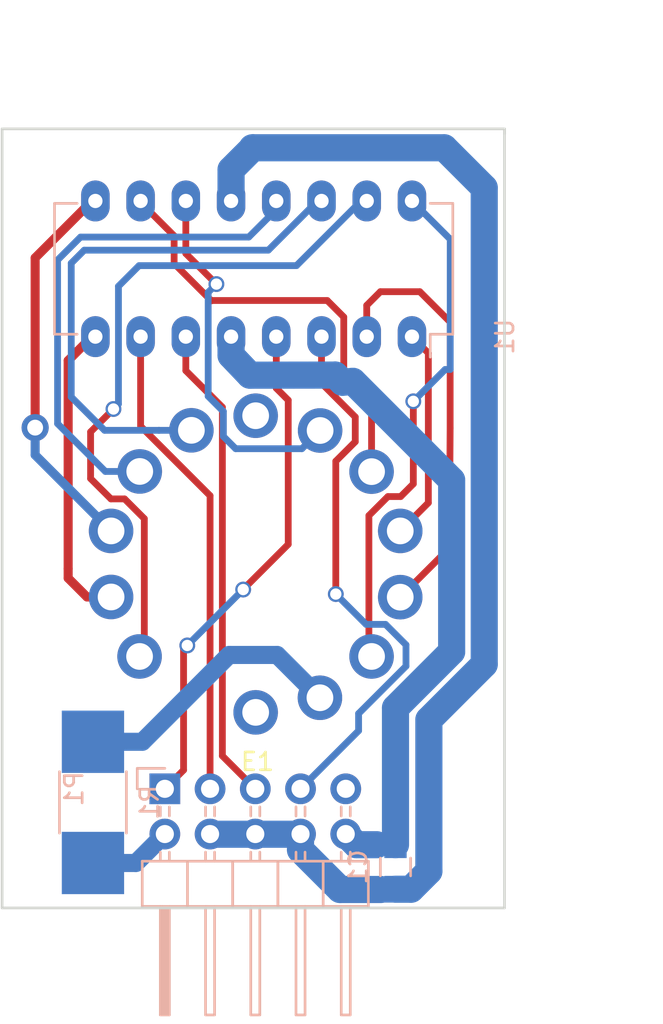
<source format=kicad_pcb>
(kicad_pcb (version 4) (host pcbnew 4.0.4-stable)

  (general
    (links 22)
    (no_connects 0)
    (area 132.563799 84.415559 162.56408 135.592041)
    (thickness 1.6)
    (drawings 7)
    (tracks 154)
    (zones 0)
    (modules 5)
    (nets 20)
  )

  (page A4)
  (layers
    (0 F.Cu signal)
    (31 B.Cu signal)
    (32 B.Adhes user)
    (33 F.Adhes user)
    (34 B.Paste user)
    (35 F.Paste user)
    (36 B.SilkS user)
    (37 F.SilkS user)
    (38 B.Mask user)
    (39 F.Mask user)
    (40 Dwgs.User user)
    (41 Cmts.User user)
    (42 Eco1.User user)
    (43 Eco2.User user)
    (44 Edge.Cuts user)
    (45 Margin user)
    (46 B.CrtYd user)
    (47 F.CrtYd user)
    (48 B.Fab user)
    (49 F.Fab user)
  )

  (setup
    (last_trace_width 1.016)
    (user_trace_width 0.254)
    (user_trace_width 0.3048)
    (user_trace_width 0.381)
    (user_trace_width 0.508)
    (user_trace_width 1.016)
    (user_trace_width 1.524)
    (trace_clearance 0.2032)
    (zone_clearance 0.508)
    (zone_45_only no)
    (trace_min 0.2)
    (segment_width 0.2)
    (edge_width 0.15)
    (via_size 0.889)
    (via_drill 0.635)
    (via_min_size 0.4)
    (via_min_drill 0.3)
    (uvia_size 0.508)
    (uvia_drill 0.127)
    (uvias_allowed no)
    (uvia_min_size 0.2)
    (uvia_min_drill 0.1)
    (pcb_text_width 0.3)
    (pcb_text_size 1.5 1.5)
    (mod_edge_width 0.15)
    (mod_text_size 1 1)
    (mod_text_width 0.15)
    (pad_size 1.524 1.524)
    (pad_drill 0.762)
    (pad_to_mask_clearance 0.2)
    (aux_axis_origin 0 0)
    (visible_elements 7FFFFFFF)
    (pcbplotparams
      (layerselection 0x00030_80000001)
      (usegerberextensions false)
      (excludeedgelayer true)
      (linewidth 0.100000)
      (plotframeref false)
      (viasonmask false)
      (mode 1)
      (useauxorigin false)
      (hpglpennumber 1)
      (hpglpenspeed 20)
      (hpglpendiameter 15)
      (hpglpenoverlay 2)
      (psnegative false)
      (psa4output false)
      (plotreference true)
      (plotvalue true)
      (plotinvisibletext false)
      (padsonsilk false)
      (subtractmaskfromsilk false)
      (outputformat 1)
      (mirror false)
      (drillshape 1)
      (scaleselection 1)
      (outputdirectory ""))
  )

  (net 0 "")
  (net 1 VCC)
  (net 2 GND)
  (net 3 "Net-(E1-Pad13)")
  (net 4 "Net-(E1-Pad12)")
  (net 5 "Net-(E1-Pad11)")
  (net 6 "Net-(E1-Pad10)")
  (net 7 "Net-(E1-Pad9)")
  (net 8 "Net-(E1-Pad7)")
  (net 9 "Net-(E1-Pad6)")
  (net 10 "Net-(E1-Pad4)")
  (net 11 "Net-(E1-Pad5)")
  (net 12 "Net-(E1-Pad3)")
  (net 13 "Net-(E1-Pad2)")
  (net 14 /D)
  (net 15 "Net-(P1-Pad2)")
  (net 16 /C)
  (net 17 /B)
  (net 18 /A)
  (net 19 "Net-(P1-Pad9)")

  (net_class Default "To jest domyślna klasa połączeń."
    (clearance 0.2032)
    (trace_width 0.3048)
    (via_dia 0.889)
    (via_drill 0.635)
    (uvia_dia 0.508)
    (uvia_drill 0.127)
    (add_net /A)
    (add_net /B)
    (add_net /C)
    (add_net /D)
    (add_net GND)
    (add_net "Net-(E1-Pad10)")
    (add_net "Net-(E1-Pad11)")
    (add_net "Net-(E1-Pad12)")
    (add_net "Net-(E1-Pad13)")
    (add_net "Net-(E1-Pad3)")
    (add_net "Net-(E1-Pad4)")
    (add_net "Net-(E1-Pad5)")
    (add_net "Net-(E1-Pad6)")
    (add_net "Net-(E1-Pad7)")
    (add_net "Net-(E1-Pad9)")
    (add_net "Net-(P1-Pad9)")
    (add_net VCC)
  )

  (net_class HV ""
    (clearance 0.7874)
    (trace_width 0.635)
    (via_dia 1.524)
    (via_drill 0.889)
    (uvia_dia 0.508)
    (uvia_drill 0.127)
    (add_net "Net-(E1-Pad2)")
    (add_net "Net-(P1-Pad2)")
  )

  (module Capacitors_SMD:C_0805_HandSoldering (layer B.Cu) (tedit 541A9B8D) (tstamp 5853BD02)
    (at 154.73172 125.94336 270)
    (descr "Capacitor SMD 0805, hand soldering")
    (tags "capacitor 0805")
    (path /5832D96B)
    (attr smd)
    (fp_text reference C1 (at 0 2.1 270) (layer B.SilkS)
      (effects (font (size 1 1) (thickness 0.15)) (justify mirror))
    )
    (fp_text value 100n (at 0 -2.1 270) (layer B.Fab)
      (effects (font (size 1 1) (thickness 0.15)) (justify mirror))
    )
    (fp_line (start -1 -0.625) (end -1 0.625) (layer B.Fab) (width 0.15))
    (fp_line (start 1 -0.625) (end -1 -0.625) (layer B.Fab) (width 0.15))
    (fp_line (start 1 0.625) (end 1 -0.625) (layer B.Fab) (width 0.15))
    (fp_line (start -1 0.625) (end 1 0.625) (layer B.Fab) (width 0.15))
    (fp_line (start -2.3 1) (end 2.3 1) (layer B.CrtYd) (width 0.05))
    (fp_line (start -2.3 -1) (end 2.3 -1) (layer B.CrtYd) (width 0.05))
    (fp_line (start -2.3 1) (end -2.3 -1) (layer B.CrtYd) (width 0.05))
    (fp_line (start 2.3 1) (end 2.3 -1) (layer B.CrtYd) (width 0.05))
    (fp_line (start 0.5 0.85) (end -0.5 0.85) (layer B.SilkS) (width 0.15))
    (fp_line (start -0.5 -0.85) (end 0.5 -0.85) (layer B.SilkS) (width 0.15))
    (pad 1 smd rect (at -1.25 0 270) (size 1.5 1.25) (layers B.Cu B.Paste B.Mask)
      (net 1 VCC))
    (pad 2 smd rect (at 1.25 0 270) (size 1.5 1.25) (layers B.Cu B.Paste B.Mask)
      (net 2 GND))
    (model Capacitors_SMD.3dshapes/C_0805_HandSoldering.wrl
      (at (xyz 0 0 0))
      (scale (xyz 1 1 1))
      (rotate (xyz 0 0 0))
    )
  )

  (module nixie-module-footprint:gn-4p-gniazdo (layer F.Cu) (tedit 5853BC67) (tstamp 5853BD13)
    (at 146.87804 108.93044)
    (path /5818C77E)
    (fp_text reference E1 (at 0.1 11.1) (layer F.SilkS)
      (effects (font (size 1 1) (thickness 0.15)))
    )
    (fp_text value GN-4P (at 0 -10.9) (layer F.Fab)
      (effects (font (size 1 1) (thickness 0.15)))
    )
    (pad 13 thru_hole circle (at -6.52 5.19) (size 2.5 2.5) (drill 1.5) (layers *.Cu *.Mask)
      (net 3 "Net-(E1-Pad13)"))
    (pad 12 thru_hole circle (at -8.12 1.85) (size 2.5 2.5) (drill 1.5) (layers *.Cu *.Mask)
      (net 4 "Net-(E1-Pad12)"))
    (pad 11 thru_hole circle (at -8.12 -1.86) (size 2.5 2.5) (drill 1.5) (layers *.Cu *.Mask)
      (net 5 "Net-(E1-Pad11)"))
    (pad 10 thru_hole circle (at -6.51 -5.2) (size 2.5 2.5) (drill 1.5) (layers *.Cu *.Mask)
      (net 6 "Net-(E1-Pad10)"))
    (pad 9 thru_hole circle (at -3.61 -7.51) (size 2.5 2.5) (drill 1.5) (layers *.Cu *.Mask)
      (net 7 "Net-(E1-Pad9)"))
    (pad 8 thru_hole circle (at 0 -8.33) (size 2.5 2.5) (drill 1.5) (layers *.Cu *.Mask))
    (pad 7 thru_hole circle (at 3.62 -7.5) (size 2.5 2.5) (drill 1.5) (layers *.Cu *.Mask)
      (net 8 "Net-(E1-Pad7)"))
    (pad 6 thru_hole circle (at 6.51 -5.19) (size 2.5 2.5) (drill 1.5) (layers *.Cu *.Mask)
      (net 9 "Net-(E1-Pad6)"))
    (pad 4 thru_hole circle (at 8.12 1.86) (size 2.5 2.5) (drill 1.5) (layers *.Cu *.Mask)
      (net 10 "Net-(E1-Pad4)"))
    (pad 5 thru_hole circle (at 8.12 -1.86) (size 2.5 2.5) (drill 1.5) (layers *.Cu *.Mask)
      (net 11 "Net-(E1-Pad5)"))
    (pad 3 thru_hole circle (at 6.51 5.19) (size 2.5 2.5) (drill 1.5) (layers *.Cu *.Mask)
      (net 12 "Net-(E1-Pad3)"))
    (pad 2 thru_hole circle (at 3.61 7.51) (size 2.5 2.5) (drill 1.5) (layers *.Cu *.Mask)
      (net 13 "Net-(E1-Pad2)"))
    (pad 1 thru_hole circle (at 0 8.33 25.71) (size 2.5 2.5) (drill 1.5) (layers *.Cu *.Mask))
  )

  (module Pin_Headers:Pin_Header_Angled_2x05 (layer B.Cu) (tedit 0) (tstamp 5853BD63)
    (at 141.77772 121.55424 270)
    (descr "Through hole pin header")
    (tags "pin header")
    (path /5818D97C)
    (fp_text reference P1 (at 0 5.1 270) (layer B.SilkS)
      (effects (font (size 1 1) (thickness 0.15)) (justify mirror))
    )
    (fp_text value CONN_02X05 (at 0 3.1 270) (layer B.Fab)
      (effects (font (size 1 1) (thickness 0.15)) (justify mirror))
    )
    (fp_line (start -1.35 1.75) (end -1.35 -11.95) (layer B.CrtYd) (width 0.05))
    (fp_line (start 13.2 1.75) (end 13.2 -11.95) (layer B.CrtYd) (width 0.05))
    (fp_line (start -1.35 1.75) (end 13.2 1.75) (layer B.CrtYd) (width 0.05))
    (fp_line (start -1.35 -11.95) (end 13.2 -11.95) (layer B.CrtYd) (width 0.05))
    (fp_line (start 1.524 -10.414) (end 1.016 -10.414) (layer B.SilkS) (width 0.15))
    (fp_line (start 1.524 -9.906) (end 1.016 -9.906) (layer B.SilkS) (width 0.15))
    (fp_line (start 1.524 -7.874) (end 1.016 -7.874) (layer B.SilkS) (width 0.15))
    (fp_line (start 1.524 -7.366) (end 1.016 -7.366) (layer B.SilkS) (width 0.15))
    (fp_line (start 1.524 0.254) (end 1.016 0.254) (layer B.SilkS) (width 0.15))
    (fp_line (start 1.524 -0.254) (end 1.016 -0.254) (layer B.SilkS) (width 0.15))
    (fp_line (start 1.524 -5.334) (end 1.016 -5.334) (layer B.SilkS) (width 0.15))
    (fp_line (start 1.524 -4.826) (end 1.016 -4.826) (layer B.SilkS) (width 0.15))
    (fp_line (start 1.524 -2.794) (end 1.016 -2.794) (layer B.SilkS) (width 0.15))
    (fp_line (start 1.524 -2.286) (end 1.016 -2.286) (layer B.SilkS) (width 0.15))
    (fp_line (start 4.064 -10.414) (end 3.556 -10.414) (layer B.SilkS) (width 0.15))
    (fp_line (start 4.064 -9.906) (end 3.556 -9.906) (layer B.SilkS) (width 0.15))
    (fp_line (start 4.064 0.254) (end 3.556 0.254) (layer B.SilkS) (width 0.15))
    (fp_line (start 4.064 -0.254) (end 3.556 -0.254) (layer B.SilkS) (width 0.15))
    (fp_line (start 4.064 -2.286) (end 3.556 -2.286) (layer B.SilkS) (width 0.15))
    (fp_line (start 4.064 -2.794) (end 3.556 -2.794) (layer B.SilkS) (width 0.15))
    (fp_line (start 4.064 -7.874) (end 3.556 -7.874) (layer B.SilkS) (width 0.15))
    (fp_line (start 4.064 -7.366) (end 3.556 -7.366) (layer B.SilkS) (width 0.15))
    (fp_line (start 4.064 -5.334) (end 3.556 -5.334) (layer B.SilkS) (width 0.15))
    (fp_line (start 4.064 -4.826) (end 3.556 -4.826) (layer B.SilkS) (width 0.15))
    (fp_line (start 0 1.55) (end -1.15 1.55) (layer B.SilkS) (width 0.15))
    (fp_line (start -1.15 1.55) (end -1.15 0) (layer B.SilkS) (width 0.15))
    (fp_line (start 6.604 0.127) (end 12.573 0.127) (layer B.SilkS) (width 0.15))
    (fp_line (start 12.573 0.127) (end 12.573 -0.127) (layer B.SilkS) (width 0.15))
    (fp_line (start 12.573 -0.127) (end 6.731 -0.127) (layer B.SilkS) (width 0.15))
    (fp_line (start 6.731 -0.127) (end 6.731 0) (layer B.SilkS) (width 0.15))
    (fp_line (start 6.731 0) (end 12.573 0) (layer B.SilkS) (width 0.15))
    (fp_line (start 4.064 -8.89) (end 6.604 -8.89) (layer B.SilkS) (width 0.15))
    (fp_line (start 4.064 -8.89) (end 4.064 -11.43) (layer B.SilkS) (width 0.15))
    (fp_line (start 6.604 -9.906) (end 12.7 -9.906) (layer B.SilkS) (width 0.15))
    (fp_line (start 12.7 -9.906) (end 12.7 -10.414) (layer B.SilkS) (width 0.15))
    (fp_line (start 12.7 -10.414) (end 6.604 -10.414) (layer B.SilkS) (width 0.15))
    (fp_line (start 6.604 -11.43) (end 6.604 -8.89) (layer B.SilkS) (width 0.15))
    (fp_line (start 4.064 -11.43) (end 6.604 -11.43) (layer B.SilkS) (width 0.15))
    (fp_line (start 4.064 -3.81) (end 6.604 -3.81) (layer B.SilkS) (width 0.15))
    (fp_line (start 4.064 -3.81) (end 4.064 -6.35) (layer B.SilkS) (width 0.15))
    (fp_line (start 4.064 -6.35) (end 6.604 -6.35) (layer B.SilkS) (width 0.15))
    (fp_line (start 6.604 -4.826) (end 12.7 -4.826) (layer B.SilkS) (width 0.15))
    (fp_line (start 12.7 -4.826) (end 12.7 -5.334) (layer B.SilkS) (width 0.15))
    (fp_line (start 12.7 -5.334) (end 6.604 -5.334) (layer B.SilkS) (width 0.15))
    (fp_line (start 6.604 -6.35) (end 6.604 -3.81) (layer B.SilkS) (width 0.15))
    (fp_line (start 6.604 -8.89) (end 6.604 -6.35) (layer B.SilkS) (width 0.15))
    (fp_line (start 12.7 -7.874) (end 6.604 -7.874) (layer B.SilkS) (width 0.15))
    (fp_line (start 12.7 -7.366) (end 12.7 -7.874) (layer B.SilkS) (width 0.15))
    (fp_line (start 6.604 -7.366) (end 12.7 -7.366) (layer B.SilkS) (width 0.15))
    (fp_line (start 4.064 -8.89) (end 6.604 -8.89) (layer B.SilkS) (width 0.15))
    (fp_line (start 4.064 -6.35) (end 4.064 -8.89) (layer B.SilkS) (width 0.15))
    (fp_line (start 4.064 -6.35) (end 6.604 -6.35) (layer B.SilkS) (width 0.15))
    (fp_line (start 4.064 -1.27) (end 6.604 -1.27) (layer B.SilkS) (width 0.15))
    (fp_line (start 4.064 -1.27) (end 4.064 -3.81) (layer B.SilkS) (width 0.15))
    (fp_line (start 4.064 -3.81) (end 6.604 -3.81) (layer B.SilkS) (width 0.15))
    (fp_line (start 6.604 -2.286) (end 12.7 -2.286) (layer B.SilkS) (width 0.15))
    (fp_line (start 12.7 -2.286) (end 12.7 -2.794) (layer B.SilkS) (width 0.15))
    (fp_line (start 12.7 -2.794) (end 6.604 -2.794) (layer B.SilkS) (width 0.15))
    (fp_line (start 6.604 -3.81) (end 6.604 -1.27) (layer B.SilkS) (width 0.15))
    (fp_line (start 6.604 -1.27) (end 6.604 1.27) (layer B.SilkS) (width 0.15))
    (fp_line (start 12.7 -0.254) (end 6.604 -0.254) (layer B.SilkS) (width 0.15))
    (fp_line (start 12.7 0.254) (end 12.7 -0.254) (layer B.SilkS) (width 0.15))
    (fp_line (start 6.604 0.254) (end 12.7 0.254) (layer B.SilkS) (width 0.15))
    (fp_line (start 4.064 -1.27) (end 6.604 -1.27) (layer B.SilkS) (width 0.15))
    (fp_line (start 4.064 1.27) (end 4.064 -1.27) (layer B.SilkS) (width 0.15))
    (fp_line (start 4.064 1.27) (end 6.604 1.27) (layer B.SilkS) (width 0.15))
    (pad 1 thru_hole rect (at 0 0 270) (size 1.7272 1.7272) (drill 1.016) (layers *.Cu *.Mask)
      (net 14 /D))
    (pad 2 thru_hole oval (at 2.54 0 270) (size 1.7272 1.7272) (drill 1.016) (layers *.Cu *.Mask)
      (net 15 "Net-(P1-Pad2)"))
    (pad 3 thru_hole oval (at 0 -2.54 270) (size 1.7272 1.7272) (drill 1.016) (layers *.Cu *.Mask)
      (net 16 /C))
    (pad 4 thru_hole oval (at 2.54 -2.54 270) (size 1.7272 1.7272) (drill 1.016) (layers *.Cu *.Mask)
      (net 2 GND))
    (pad 5 thru_hole oval (at 0 -5.08 270) (size 1.7272 1.7272) (drill 1.016) (layers *.Cu *.Mask)
      (net 17 /B))
    (pad 6 thru_hole oval (at 2.54 -5.08 270) (size 1.7272 1.7272) (drill 1.016) (layers *.Cu *.Mask)
      (net 2 GND))
    (pad 7 thru_hole oval (at 0 -7.62 270) (size 1.7272 1.7272) (drill 1.016) (layers *.Cu *.Mask)
      (net 18 /A))
    (pad 8 thru_hole oval (at 2.54 -7.62 270) (size 1.7272 1.7272) (drill 1.016) (layers *.Cu *.Mask)
      (net 2 GND))
    (pad 9 thru_hole oval (at 0 -10.16 270) (size 1.7272 1.7272) (drill 1.016) (layers *.Cu *.Mask)
      (net 19 "Net-(P1-Pad9)"))
    (pad 10 thru_hole oval (at 2.54 -10.16 270) (size 1.7272 1.7272) (drill 1.016) (layers *.Cu *.Mask)
      (net 1 VCC))
    (model Pin_Headers.3dshapes/Pin_Header_Angled_2x05.wrl
      (at (xyz 0.05 -0.2 0))
      (scale (xyz 1 1 1))
      (rotate (xyz 0 0 90))
    )
  )

  (module Resistors_SMD:R_1812_HandSoldering (layer B.Cu) (tedit 58307D36) (tstamp 5853BD73)
    (at 137.73912 122.31624 90)
    (descr "Resistor SMD 1812, hand soldering, Panasonic (see ERJ12)")
    (tags "resistor 1812")
    (path /5818CF0F)
    (attr smd)
    (fp_text reference R1 (at 0 3.175 90) (layer B.SilkS)
      (effects (font (size 1 1) (thickness 0.15)) (justify mirror))
    )
    (fp_text value 47k (at 0 -3.175 90) (layer B.Fab)
      (effects (font (size 1 1) (thickness 0.15)) (justify mirror))
    )
    (fp_line (start -2.25 -1.6) (end -2.25 1.6) (layer B.Fab) (width 0.1))
    (fp_line (start 2.25 -1.6) (end -2.25 -1.6) (layer B.Fab) (width 0.1))
    (fp_line (start 2.25 1.6) (end 2.25 -1.6) (layer B.Fab) (width 0.1))
    (fp_line (start -2.25 1.6) (end 2.25 1.6) (layer B.Fab) (width 0.1))
    (fp_line (start -5.4356 2.2352) (end 5.4356 2.2352) (layer B.CrtYd) (width 0.05))
    (fp_line (start 5.4356 2.2352) (end 5.4356 -2.2352) (layer B.CrtYd) (width 0.05))
    (fp_line (start 5.4356 -2.2352) (end -5.4356 -2.2352) (layer B.CrtYd) (width 0.05))
    (fp_line (start -5.4356 -2.2352) (end -5.4356 2.2352) (layer B.CrtYd) (width 0.05))
    (fp_line (start -1.7272 -1.8796) (end 1.7272 -1.8796) (layer B.SilkS) (width 0.15))
    (fp_line (start -1.7272 1.8796) (end 1.7272 1.8796) (layer B.SilkS) (width 0.15))
    (pad 1 smd rect (at -3.4036 0 90) (size 3.5 3.5) (layers B.Cu B.Paste B.Mask)
      (net 15 "Net-(P1-Pad2)"))
    (pad 2 smd rect (at 3.4036 0 90) (size 3.5 3.5) (layers B.Cu B.Paste B.Mask)
      (net 13 "Net-(E1-Pad2)"))
  )

  (module Housings_DIP:DIP-16_W7.62mm_LongPads (layer B.Cu) (tedit 54130A77) (tstamp 5853BD92)
    (at 155.65628 96.15932 90)
    (descr "16-lead dip package, row spacing 7.62 mm (300 mils), longer pads")
    (tags "dil dip 2.54 300")
    (path /5818A5B5)
    (fp_text reference U1 (at 0 5.22 90) (layer B.SilkS)
      (effects (font (size 1 1) (thickness 0.15)) (justify mirror))
    )
    (fp_text value 74141 (at 0 3.72 90) (layer B.Fab)
      (effects (font (size 1 1) (thickness 0.15)) (justify mirror))
    )
    (fp_line (start -1.4 2.45) (end -1.4 -20.25) (layer B.CrtYd) (width 0.05))
    (fp_line (start 9 2.45) (end 9 -20.25) (layer B.CrtYd) (width 0.05))
    (fp_line (start -1.4 2.45) (end 9 2.45) (layer B.CrtYd) (width 0.05))
    (fp_line (start -1.4 -20.25) (end 9 -20.25) (layer B.CrtYd) (width 0.05))
    (fp_line (start 0.135 2.295) (end 0.135 1.025) (layer B.SilkS) (width 0.15))
    (fp_line (start 7.485 2.295) (end 7.485 1.025) (layer B.SilkS) (width 0.15))
    (fp_line (start 7.485 -20.075) (end 7.485 -18.805) (layer B.SilkS) (width 0.15))
    (fp_line (start 0.135 -20.075) (end 0.135 -18.805) (layer B.SilkS) (width 0.15))
    (fp_line (start 0.135 2.295) (end 7.485 2.295) (layer B.SilkS) (width 0.15))
    (fp_line (start 0.135 -20.075) (end 7.485 -20.075) (layer B.SilkS) (width 0.15))
    (fp_line (start 0.135 1.025) (end -1.15 1.025) (layer B.SilkS) (width 0.15))
    (pad 1 thru_hole oval (at 0 0 90) (size 2.3 1.6) (drill 0.8) (layers *.Cu *.Mask)
      (net 11 "Net-(E1-Pad5)"))
    (pad 2 thru_hole oval (at 0 -2.54 90) (size 2.3 1.6) (drill 0.8) (layers *.Cu *.Mask)
      (net 10 "Net-(E1-Pad4)"))
    (pad 3 thru_hole oval (at 0 -5.08 90) (size 2.3 1.6) (drill 0.8) (layers *.Cu *.Mask)
      (net 18 /A))
    (pad 4 thru_hole oval (at 0 -7.62 90) (size 2.3 1.6) (drill 0.8) (layers *.Cu *.Mask)
      (net 14 /D))
    (pad 5 thru_hole oval (at 0 -10.16 90) (size 2.3 1.6) (drill 0.8) (layers *.Cu *.Mask)
      (net 1 VCC))
    (pad 6 thru_hole oval (at 0 -12.7 90) (size 2.3 1.6) (drill 0.8) (layers *.Cu *.Mask)
      (net 17 /B))
    (pad 7 thru_hole oval (at 0 -15.24 90) (size 2.3 1.6) (drill 0.8) (layers *.Cu *.Mask)
      (net 16 /C))
    (pad 8 thru_hole oval (at 0 -17.78 90) (size 2.3 1.6) (drill 0.8) (layers *.Cu *.Mask)
      (net 4 "Net-(E1-Pad12)"))
    (pad 9 thru_hole oval (at 7.62 -17.78 90) (size 2.3 1.6) (drill 0.8) (layers *.Cu *.Mask)
      (net 5 "Net-(E1-Pad11)"))
    (pad 10 thru_hole oval (at 7.62 -15.24 90) (size 2.3 1.6) (drill 0.8) (layers *.Cu *.Mask)
      (net 9 "Net-(E1-Pad6)"))
    (pad 11 thru_hole oval (at 7.62 -12.7 90) (size 2.3 1.6) (drill 0.8) (layers *.Cu *.Mask)
      (net 8 "Net-(E1-Pad7)"))
    (pad 12 thru_hole oval (at 7.62 -10.16 90) (size 2.3 1.6) (drill 0.8) (layers *.Cu *.Mask)
      (net 2 GND))
    (pad 13 thru_hole oval (at 7.62 -7.62 90) (size 2.3 1.6) (drill 0.8) (layers *.Cu *.Mask)
      (net 6 "Net-(E1-Pad10)"))
    (pad 14 thru_hole oval (at 7.62 -5.08 90) (size 2.3 1.6) (drill 0.8) (layers *.Cu *.Mask)
      (net 7 "Net-(E1-Pad9)"))
    (pad 15 thru_hole oval (at 7.62 -2.54 90) (size 2.3 1.6) (drill 0.8) (layers *.Cu *.Mask)
      (net 3 "Net-(E1-Pad13)"))
    (pad 16 thru_hole oval (at 7.62 0 90) (size 2.3 1.6) (drill 0.8) (layers *.Cu *.Mask)
      (net 12 "Net-(E1-Pad3)"))
    (model Housings_DIP.3dshapes/DIP-16_W7.62mm_LongPads.wrl
      (at (xyz 0 0 0))
      (scale (xyz 1 1 1))
      (rotate (xyz 0 0 0))
    )
  )

  (dimension 43.754051 (width 0.3) (layer Dwgs.User)
    (gr_text "43,754 mm" (at 167.084043 106.371931 89.96008654) (layer Dwgs.User)
      (effects (font (size 1.5 1.5) (thickness 0.3)))
    )
    (feature1 (pts (xy 160.82264 128.2446) (xy 168.418803 128.249892)))
    (feature2 (pts (xy 160.85312 84.49056) (xy 168.449283 84.495852)))
    (crossbar (pts (xy 165.749284 84.493971) (xy 165.718804 128.248011)))
    (arrow1a (pts (xy 165.718804 128.248011) (xy 165.133168 127.121099)))
    (arrow1b (pts (xy 165.718804 128.248011) (xy 166.306009 127.121916)))
    (arrow2a (pts (xy 165.749284 84.493971) (xy 165.162079 85.620066)))
    (arrow2b (pts (xy 165.749284 84.493971) (xy 166.33492 85.620883)))
  )
  (dimension 28.1686 (width 0.3) (layer Dwgs.User)
    (gr_text "28,169 mm" (at 146.75358 79.10704) (layer Dwgs.User)
      (effects (font (size 1.5 1.5) (thickness 0.3)))
    )
    (feature1 (pts (xy 160.83788 84.5312) (xy 160.83788 77.75704)))
    (feature2 (pts (xy 132.66928 84.5312) (xy 132.66928 77.75704)))
    (crossbar (pts (xy 132.66928 80.45704) (xy 160.83788 80.45704)))
    (arrow1a (pts (xy 160.83788 80.45704) (xy 159.711376 81.043461)))
    (arrow1b (pts (xy 160.83788 80.45704) (xy 159.711376 79.870619)))
    (arrow2a (pts (xy 132.66928 80.45704) (xy 133.795784 81.043461)))
    (arrow2b (pts (xy 132.66928 80.45704) (xy 133.795784 79.870619)))
  )
  (gr_line (start 160.8582 84.49056) (end 160.8582 84.78012) (angle 90) (layer Edge.Cuts) (width 0.15))
  (gr_line (start 132.6388 84.49056) (end 160.8582 84.49056) (angle 90) (layer Edge.Cuts) (width 0.15))
  (gr_line (start 132.6388 128.2446) (end 132.6388 84.49056) (angle 90) (layer Edge.Cuts) (width 0.15))
  (gr_line (start 160.85312 128.2446) (end 132.6388 128.2446) (angle 90) (layer Edge.Cuts) (width 0.15))
  (gr_line (start 160.85312 84.5312) (end 160.85312 128.2446) (angle 90) (layer Edge.Cuts) (width 0.15))

  (segment (start 145.49628 97.21596) (end 146.55292 98.3234) (width 1.524) (layer B.Cu) (net 1))
  (segment (start 154.73172 117.00764) (end 157.8864 113.85296) (width 1.524) (layer B.Cu) (net 1) (tstamp 5853C584))
  (segment (start 157.8864 113.85296) (end 157.8864 104.22128) (width 1.524) (layer B.Cu) (net 1) (tstamp 5853C585))
  (segment (start 157.8864 104.22128) (end 152.33904 98.66884) (width 1.524) (layer B.Cu) (net 1) (tstamp 5853C586))
  (segment (start 152.33904 98.66884) (end 151.75484 98.72472) (width 1.524) (layer B.Cu) (net 1) (tstamp 5853C587))
  (segment (start 151.75484 98.71964) (end 151.34844 98.31324) (width 1.524) (layer B.Cu) (net 1) (tstamp 5853C591))
  (segment (start 154.73172 117.00764) (end 154.73172 124.69336) (width 1.524) (layer B.Cu) (net 1))
  (segment (start 151.34844 98.31832) (end 146.55292 98.3234) (width 1.524) (layer B.Cu) (net 1) (tstamp 5853C593))
  (segment (start 145.49628 97.21596) (end 145.49628 96.15932) (width 1.524) (layer B.Cu) (net 1) (tstamp 5853C77C))
  (segment (start 145.4658 96.86544) (end 145.4658 96.00184) (width 1.016) (layer B.Cu) (net 1) (tstamp 5853C3B4))
  (segment (start 151.93772 124.09424) (end 152.53716 124.69368) (width 1.524) (layer B.Cu) (net 1))
  (segment (start 152.53716 124.69368) (end 153.68016 124.69368) (width 1.524) (layer B.Cu) (net 1) (tstamp 5853C56F))
  (segment (start 153.68016 124.69368) (end 154.7314 124.69368) (width 1.016) (layer B.Cu) (net 1) (tstamp 5853C570))
  (segment (start 154.7314 124.69368) (end 154.73172 124.69336) (width 1.016) (layer B.Cu) (net 1) (tstamp 5853C571))
  (segment (start 146.72564 85.55228) (end 145.49628 86.78164) (width 1.524) (layer B.Cu) (net 2))
  (segment (start 145.49628 86.78164) (end 145.49628 88.53932) (width 1.524) (layer B.Cu) (net 2) (tstamp 5853C779))
  (segment (start 157.46984 85.55228) (end 146.72564 85.55228) (width 1.524) (layer B.Cu) (net 2) (tstamp 5853C5C4))
  (segment (start 146.72564 85.55228) (end 146.685 85.55228) (width 1.524) (layer B.Cu) (net 2) (tstamp 5853C777))
  (segment (start 159.7152 87.79764) (end 157.46984 85.55228) (width 1.524) (layer B.Cu) (net 2) (tstamp 5853C5B7))
  (segment (start 159.7152 114.56416) (end 159.7152 87.79764) (width 1.524) (layer B.Cu) (net 2) (tstamp 5853C5AF))
  (segment (start 156.60624 117.67312) (end 159.7152 114.56416) (width 1.524) (layer B.Cu) (net 2) (tstamp 5853C5AC))
  (segment (start 156.60624 126.1872) (end 156.60624 117.67312) (width 1.524) (layer B.Cu) (net 2) (tstamp 5853C5A8))
  (segment (start 155.60008 127.19336) (end 156.60624 126.1872) (width 1.524) (layer B.Cu) (net 2) (tstamp 5853C5A5))
  (segment (start 154.73172 127.19336) (end 155.60008 127.19336) (width 1.524) (layer B.Cu) (net 2))
  (segment (start 149.39772 124.09424) (end 149.39772 124.98832) (width 1.524) (layer B.Cu) (net 2))
  (segment (start 153.92368 127.19336) (end 154.73172 127.19336) (width 1.016) (layer B.Cu) (net 2) (tstamp 5853C56C))
  (segment (start 153.90876 127.20828) (end 153.92368 127.19336) (width 1.016) (layer B.Cu) (net 2) (tstamp 5853C56B))
  (segment (start 151.61768 127.20828) (end 153.90876 127.20828) (width 1.524) (layer B.Cu) (net 2) (tstamp 5853C56A))
  (segment (start 149.39772 124.98832) (end 151.61768 127.20828) (width 1.524) (layer B.Cu) (net 2) (tstamp 5853C569))
  (segment (start 146.8628 124.1044) (end 149.4028 124.1044) (width 1.524) (layer B.Cu) (net 2))
  (segment (start 144.3228 124.1044) (end 146.8628 124.1044) (width 1.524) (layer B.Cu) (net 2))
  (segment (start 153.11628 88.53932) (end 152.80132 88.53932) (width 0.381) (layer B.Cu) (net 3))
  (segment (start 152.80132 88.53932) (end 149.16912 92.17152) (width 0.381) (layer B.Cu) (net 3) (tstamp 5853C973))
  (segment (start 149.16912 92.17152) (end 140.32992 92.17152) (width 0.381) (layer B.Cu) (net 3) (tstamp 5853C977))
  (segment (start 140.32992 92.17152) (end 139.17168 93.32976) (width 0.381) (layer B.Cu) (net 3) (tstamp 5853C97D))
  (segment (start 139.17168 93.32976) (end 139.17168 99.94392) (width 0.381) (layer B.Cu) (net 3) (tstamp 5853C97F))
  (segment (start 139.17168 99.94392) (end 138.89228 100.22332) (width 0.381) (layer B.Cu) (net 3) (tstamp 5853C985))
  (via (at 138.89228 100.22332) (size 0.889) (drill 0.635) (layers F.Cu B.Cu) (net 3))
  (segment (start 138.89228 100.22332) (end 137.60704 101.50856) (width 0.381) (layer F.Cu) (net 3) (tstamp 5853C98F))
  (segment (start 137.60704 101.50856) (end 137.60704 104.12984) (width 0.381) (layer F.Cu) (net 3) (tstamp 5853C990))
  (segment (start 137.60704 104.12984) (end 138.75004 105.27284) (width 0.381) (layer F.Cu) (net 3) (tstamp 5853C993))
  (segment (start 138.75004 105.27284) (end 139.51712 105.27284) (width 0.381) (layer F.Cu) (net 3) (tstamp 5853C999))
  (segment (start 139.51712 105.27284) (end 140.62456 106.38028) (width 0.381) (layer F.Cu) (net 3) (tstamp 5853C99C))
  (segment (start 140.62456 106.38028) (end 140.62456 113.85392) (width 0.381) (layer F.Cu) (net 3) (tstamp 5853C99E))
  (segment (start 140.62456 113.85392) (end 140.35804 114.12044) (width 0.381) (layer F.Cu) (net 3) (tstamp 5853C9A1))
  (segment (start 137.40472 110.78044) (end 138.75804 110.78044) (width 0.508) (layer F.Cu) (net 4) (tstamp 5853C6A3))
  (segment (start 136.3472 109.72292) (end 137.40472 110.78044) (width 0.508) (layer F.Cu) (net 4) (tstamp 5853C6A0))
  (segment (start 136.3472 109.18952) (end 136.3472 109.72292) (width 0.508) (layer F.Cu) (net 4) (tstamp 5853C694))
  (segment (start 136.3472 97.50044) (end 136.3472 109.18952) (width 0.508) (layer F.Cu) (net 4) (tstamp 5853C68E))
  (segment (start 137.8458 96.00184) (end 136.3472 97.50044) (width 0.508) (layer F.Cu) (net 4))
  (segment (start 137.8458 88.38184) (end 134.493 91.73464) (width 0.508) (layer F.Cu) (net 5))
  (segment (start 134.493 91.73464) (end 134.493 101.2698) (width 0.508) (layer F.Cu) (net 5) (tstamp 5853C671))
  (via (at 134.493 101.2698) (size 1.524) (drill 0.889) (layers F.Cu B.Cu) (net 5))
  (segment (start 134.493 101.2698) (end 134.493 102.8054) (width 0.508) (layer B.Cu) (net 5) (tstamp 5853C680))
  (segment (start 134.493 102.8054) (end 138.75804 107.07044) (width 0.508) (layer B.Cu) (net 5) (tstamp 5853C681))
  (segment (start 148.03628 88.53932) (end 148.03628 89.02192) (width 0.381) (layer B.Cu) (net 6))
  (segment (start 148.03628 89.02192) (end 146.49196 90.56624) (width 0.381) (layer B.Cu) (net 6) (tstamp 5853C8FE))
  (segment (start 146.49196 90.56624) (end 137.04316 90.56624) (width 0.381) (layer B.Cu) (net 6) (tstamp 5853C907))
  (segment (start 137.04316 90.56624) (end 135.75284 91.85656) (width 0.381) (layer B.Cu) (net 6) (tstamp 5853C909))
  (segment (start 135.75284 91.85656) (end 135.75284 101.04628) (width 0.381) (layer B.Cu) (net 6) (tstamp 5853C90B))
  (segment (start 135.75284 101.04628) (end 138.437 103.73044) (width 0.381) (layer B.Cu) (net 6) (tstamp 5853C90E))
  (segment (start 138.437 103.73044) (end 140.36804 103.73044) (width 0.381) (layer B.Cu) (net 6) (tstamp 5853C915))
  (segment (start 141.43736 101.42044) (end 143.26804 101.42044) (width 0.381) (layer B.Cu) (net 7))
  (segment (start 150.57628 88.53932) (end 150.35276 88.53932) (width 0.381) (layer B.Cu) (net 7))
  (segment (start 150.35276 88.53932) (end 147.58924 91.30284) (width 0.381) (layer B.Cu) (net 7) (tstamp 5853C91C))
  (segment (start 138.39268 101.42044) (end 141.43736 101.42044) (width 0.381) (layer B.Cu) (net 7) (tstamp 5853C934))
  (segment (start 141.43736 101.42044) (end 141.46784 101.42044) (width 0.381) (layer B.Cu) (net 7) (tstamp 5853C940))
  (segment (start 136.51992 99.54768) (end 138.39268 101.42044) (width 0.381) (layer B.Cu) (net 7) (tstamp 5853C92E))
  (segment (start 136.51992 92.034362) (end 136.51992 99.54768) (width 0.381) (layer B.Cu) (net 7) (tstamp 5853C928))
  (segment (start 137.251442 91.30284) (end 136.51992 92.034362) (width 0.381) (layer B.Cu) (net 7) (tstamp 5853C926))
  (segment (start 147.58924 91.30284) (end 137.251442 91.30284) (width 0.381) (layer B.Cu) (net 7) (tstamp 5853C920))
  (segment (start 142.95628 88.53932) (end 142.95628 91.4908) (width 0.381) (layer F.Cu) (net 8))
  (segment (start 149.47504 102.45344) (end 150.49804 101.43044) (width 0.381) (layer B.Cu) (net 8) (tstamp 5853CA27))
  (segment (start 145.75536 102.45344) (end 149.47504 102.45344) (width 0.381) (layer B.Cu) (net 8) (tstamp 5853CA23))
  (segment (start 145.06448 101.76256) (end 145.75536 102.45344) (width 0.381) (layer B.Cu) (net 8) (tstamp 5853CA21))
  (segment (start 145.06448 100.36048) (end 145.06448 101.76256) (width 0.381) (layer B.Cu) (net 8) (tstamp 5853CA1F))
  (segment (start 144.21104 99.50704) (end 145.06448 100.36048) (width 0.381) (layer B.Cu) (net 8) (tstamp 5853CA1A))
  (segment (start 144.21104 93.67012) (end 144.21104 99.50704) (width 0.381) (layer B.Cu) (net 8) (tstamp 5853CA15))
  (segment (start 144.67332 93.20784) (end 144.21104 93.67012) (width 0.381) (layer B.Cu) (net 8) (tstamp 5853CA14))
  (via (at 144.67332 93.20784) (size 0.889) (drill 0.635) (layers F.Cu B.Cu) (net 8))
  (segment (start 142.95628 91.4908) (end 144.67332 93.20784) (width 0.381) (layer F.Cu) (net 8) (tstamp 5853CA0D))
  (segment (start 144.37614 94.12986) (end 150.89886 94.12986) (width 0.381) (layer F.Cu) (net 9))
  (segment (start 151.82596 98.01352) (end 153.38804 99.5756) (width 0.381) (layer F.Cu) (net 9) (tstamp 5853C9DD))
  (segment (start 153.38804 99.5756) (end 153.38804 103.74044) (width 0.381) (layer F.Cu) (net 9) (tstamp 5853C9E1))
  (segment (start 151.82596 95.05696) (end 151.82596 98.01352) (width 0.381) (layer F.Cu) (net 9) (tstamp 5853CA07))
  (segment (start 150.89886 94.12986) (end 151.82596 95.05696) (width 0.381) (layer F.Cu) (net 9) (tstamp 5853CA06))
  (segment (start 142.29842 90.49766) (end 142.29842 92.05214) (width 0.381) (layer F.Cu) (net 9))
  (segment (start 142.29842 92.05214) (end 144.37614 94.12986) (width 0.381) (layer F.Cu) (net 9) (tstamp 5853C9F2))
  (segment (start 144.37614 94.12986) (end 144.39392 94.14764) (width 0.381) (layer F.Cu) (net 9) (tstamp 5853CA04))
  (segment (start 140.41628 88.53932) (end 140.41628 88.61552) (width 0.381) (layer F.Cu) (net 9))
  (segment (start 140.41628 88.61552) (end 142.29842 90.49766) (width 0.381) (layer F.Cu) (net 9) (tstamp 5853C9CB))
  (segment (start 142.29842 90.49766) (end 142.32636 90.5256) (width 0.381) (layer F.Cu) (net 9) (tstamp 5853C9F0))
  (segment (start 157.800011 101.294929) (end 157.800011 95.336331) (width 0.381) (layer F.Cu) (net 10))
  (segment (start 153.11628 94.40164) (end 153.11628 96.15932) (width 0.381) (layer F.Cu) (net 10) (tstamp 5853C7E9))
  (segment (start 153.88336 93.63456) (end 153.11628 94.40164) (width 0.381) (layer F.Cu) (net 10) (tstamp 5853C7E7))
  (segment (start 156.09824 93.63456) (end 153.88336 93.63456) (width 0.381) (layer F.Cu) (net 10) (tstamp 5853C7E5))
  (segment (start 157.800011 95.336331) (end 156.09824 93.63456) (width 0.381) (layer F.Cu) (net 10) (tstamp 5853C7D9))
  (segment (start 153.11628 96.15932) (end 153.15692 96.647) (width 0.381) (layer F.Cu) (net 10))
  (segment (start 157.7594 108.02908) (end 154.99804 110.79044) (width 0.381) (layer F.Cu) (net 10) (tstamp 5853C785))
  (segment (start 157.80004 101.29012) (end 157.800011 101.294929) (width 0.381) (layer F.Cu) (net 10) (tstamp 5853C781))
  (segment (start 157.800011 101.294929) (end 157.7594 108.02908) (width 0.381) (layer F.Cu) (net 10) (tstamp 5853C7D7))
  (segment (start 155.65628 96.15932) (end 156.576082 97.079122) (width 0.381) (layer F.Cu) (net 11))
  (segment (start 156.576082 105.492398) (end 154.99804 107.07044) (width 0.381) (layer F.Cu) (net 11) (tstamp 5853C7FC))
  (segment (start 156.576082 97.079122) (end 156.576082 105.492398) (width 0.381) (layer F.Cu) (net 11) (tstamp 5853C7F2))
  (segment (start 155.65628 88.53932) (end 157.80512 90.68816) (width 0.381) (layer B.Cu) (net 12))
  (segment (start 153.2382 106.20756) (end 153.2382 113.9706) (width 0.381) (layer F.Cu) (net 12) (tstamp 5853C8D6))
  (segment (start 154.305 105.14076) (end 153.2382 106.20756) (width 0.381) (layer F.Cu) (net 12) (tstamp 5853C8D3))
  (segment (start 155.02128 105.14076) (end 154.305 105.14076) (width 0.381) (layer F.Cu) (net 12) (tstamp 5853C8CE))
  (segment (start 155.73248 104.42956) (end 155.02128 105.14076) (width 0.381) (layer F.Cu) (net 12) (tstamp 5853C8CB))
  (segment (start 155.73248 99.79152) (end 155.73248 104.42956) (width 0.381) (layer F.Cu) (net 12) (tstamp 5853C8CA))
  (via (at 155.73248 99.79152) (size 0.889) (drill 0.635) (layers F.Cu B.Cu) (net 12))
  (segment (start 157.52064 98.00336) (end 155.73248 99.79152) (width 0.381) (layer B.Cu) (net 12) (tstamp 5853C8C5))
  (segment (start 157.80512 98.00336) (end 157.52064 98.00336) (width 0.381) (layer B.Cu) (net 12) (tstamp 5853C8B7))
  (segment (start 157.80512 90.68816) (end 157.80512 98.00336) (width 0.381) (layer B.Cu) (net 12) (tstamp 5853C8AB))
  (segment (start 153.2382 113.9706) (end 153.38804 114.12044) (width 0.381) (layer F.Cu) (net 12) (tstamp 5853C8D9))
  (segment (start 148.08344 114.03584) (end 150.48804 116.44044) (width 1.016) (layer B.Cu) (net 13) (tstamp 5853C581))
  (segment (start 145.3896 114.03584) (end 148.08344 114.03584) (width 1.016) (layer B.Cu) (net 13) (tstamp 5853C580))
  (segment (start 140.5128 118.91264) (end 145.3896 114.03584) (width 1.016) (layer B.Cu) (net 13) (tstamp 5853C57F))
  (segment (start 137.73912 118.91264) (end 140.5128 118.91264) (width 1.016) (layer B.Cu) (net 13))
  (segment (start 137.73912 118.91264) (end 139.2936 118.91264) (width 0.508) (layer B.Cu) (net 13))
  (segment (start 148.03628 96.15932) (end 148.03628 99.05492) (width 0.381) (layer F.Cu) (net 14))
  (segment (start 142.82928 120.50268) (end 141.77772 121.55424) (width 0.381) (layer F.Cu) (net 14) (tstamp 5853CADF))
  (segment (start 142.82928 113.71072) (end 142.82928 120.50268) (width 0.381) (layer F.Cu) (net 14) (tstamp 5853CADE))
  (segment (start 143.03756 113.50244) (end 142.82928 113.71072) (width 0.381) (layer F.Cu) (net 14) (tstamp 5853CADD))
  (via (at 143.03756 113.50244) (size 0.889) (drill 0.635) (layers F.Cu B.Cu) (net 14))
  (segment (start 146.177 110.363) (end 143.03756 113.50244) (width 0.381) (layer B.Cu) (net 14) (tstamp 5853CAD7))
  (via (at 146.177 110.363) (size 0.889) (drill 0.635) (layers F.Cu B.Cu) (net 14))
  (segment (start 146.177 110.34776) (end 146.177 110.363) (width 0.381) (layer F.Cu) (net 14) (tstamp 5853CABB))
  (segment (start 146.18208 110.34776) (end 146.177 110.34776) (width 0.381) (layer F.Cu) (net 14) (tstamp 5853CAB7))
  (segment (start 148.70684 107.823) (end 146.18208 110.34776) (width 0.381) (layer F.Cu) (net 14) (tstamp 5853CAB3))
  (segment (start 148.70684 99.72548) (end 148.70684 107.823) (width 0.381) (layer F.Cu) (net 14) (tstamp 5853CAB0))
  (segment (start 148.03628 99.05492) (end 148.70684 99.72548) (width 0.381) (layer F.Cu) (net 14) (tstamp 5853CAAD))
  (segment (start 141.77772 124.09424) (end 140.15212 125.71984) (width 1.016) (layer B.Cu) (net 15))
  (segment (start 140.15212 125.71984) (end 137.73912 125.71984) (width 1.016) (layer B.Cu) (net 15) (tstamp 5853C574))
  (segment (start 140.41628 96.15932) (end 140.41628 101.18852) (width 0.381) (layer F.Cu) (net 16))
  (segment (start 144.31772 105.08996) (end 144.31772 121.55424) (width 0.381) (layer F.Cu) (net 16) (tstamp 5853CA5A))
  (segment (start 140.41628 101.18852) (end 144.31772 105.08996) (width 0.381) (layer F.Cu) (net 16) (tstamp 5853CA52))
  (segment (start 142.95628 96.15932) (end 142.95628 98.0694) (width 0.381) (layer F.Cu) (net 17))
  (segment (start 145.0086 119.70512) (end 146.85772 121.55424) (width 0.381) (layer F.Cu) (net 17) (tstamp 5853CA6E))
  (segment (start 145.0086 100.12172) (end 145.0086 119.70512) (width 0.381) (layer F.Cu) (net 17) (tstamp 5853CA69))
  (segment (start 142.95628 98.0694) (end 145.0086 100.12172) (width 0.381) (layer F.Cu) (net 17) (tstamp 5853CA63))
  (segment (start 150.57628 96.15932) (end 150.57628 98.77552) (width 0.381) (layer F.Cu) (net 18))
  (segment (start 152.65908 118.29288) (end 149.39772 121.55424) (width 0.381) (layer B.Cu) (net 18) (tstamp 5853CA9F))
  (segment (start 152.65908 117.32768) (end 152.65908 118.29288) (width 0.381) (layer B.Cu) (net 18) (tstamp 5853CA9A))
  (segment (start 155.321 114.66576) (end 152.65908 117.32768) (width 0.381) (layer B.Cu) (net 18) (tstamp 5853CA98))
  (segment (start 155.321 113.46688) (end 155.321 114.66576) (width 0.381) (layer B.Cu) (net 18) (tstamp 5853CA96))
  (segment (start 154.17292 112.3188) (end 155.321 113.46688) (width 0.381) (layer B.Cu) (net 18) (tstamp 5853CA94))
  (segment (start 153.08072 112.3188) (end 154.17292 112.3188) (width 0.381) (layer B.Cu) (net 18) (tstamp 5853CA92))
  (segment (start 151.37892 110.617) (end 153.08072 112.3188) (width 0.381) (layer B.Cu) (net 18) (tstamp 5853CA91))
  (via (at 151.37892 110.617) (size 0.889) (drill 0.635) (layers F.Cu B.Cu) (net 18))
  (segment (start 151.37892 103.15448) (end 151.37892 110.617) (width 0.381) (layer F.Cu) (net 18) (tstamp 5853CA81))
  (segment (start 152.47112 102.06228) (end 151.37892 103.15448) (width 0.381) (layer F.Cu) (net 18) (tstamp 5853CA80))
  (segment (start 152.47112 100.67036) (end 152.47112 102.06228) (width 0.381) (layer F.Cu) (net 18) (tstamp 5853CA7F))
  (segment (start 150.57628 98.77552) (end 152.47112 100.67036) (width 0.381) (layer F.Cu) (net 18) (tstamp 5853CA7B))

)

</source>
